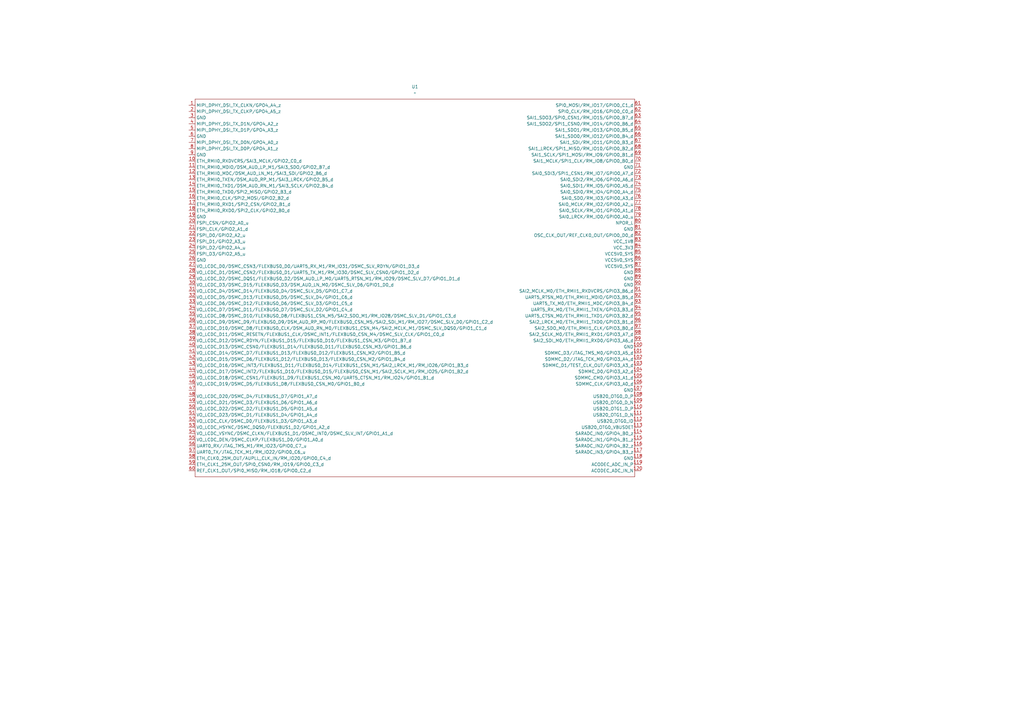
<source format=kicad_sch>
(kicad_sch
	(version 20250114)
	(generator "eeschema")
	(generator_version "9.0")
	(uuid "3557251a-2845-4c0a-9ffe-ee5ec20362d4")
	(paper "A3")
	(lib_symbols
		(symbol "Core3506:Core3506"
			(exclude_from_sim no)
			(in_bom yes)
			(on_board yes)
			(property "Reference" "U"
				(at 8.128 153.67 0)
				(effects
					(font
						(size 1.27 1.27)
					)
				)
			)
			(property "Value" ""
				(at 0 0 0)
				(effects
					(font
						(size 1.27 1.27)
					)
				)
			)
			(property "Footprint" "Core3506:CORE3506_[32_32]_120P"
				(at 0 0 0)
				(effects
					(font
						(size 1.27 1.27)
					)
					(hide yes)
				)
			)
			(property "Datasheet" ""
				(at 0 0 0)
				(effects
					(font
						(size 1.27 1.27)
					)
					(hide yes)
				)
			)
			(property "Description" "Core3506"
				(at 0 0 0)
				(effects
					(font
						(size 1.27 1.27)
					)
					(hide yes)
				)
			)
			(symbol "Core3506_0_0"
				(pin free line
					(at 5.08 149.86 0)
					(length 2.54)
					(name "MIPI_DPHY_DSI_TX_CLKN/GPO4_A4_z"
						(effects
							(font
								(size 1.27 1.27)
							)
						)
					)
					(number "1"
						(effects
							(font
								(size 1.27 1.27)
							)
						)
					)
				)
				(pin free line
					(at 5.08 147.32 0)
					(length 2.54)
					(name "MIPI_DPHY_DSI_TX_CLKP/GPO4_A5_z"
						(effects
							(font
								(size 1.27 1.27)
							)
						)
					)
					(number "2"
						(effects
							(font
								(size 1.27 1.27)
							)
						)
					)
				)
				(pin free line
					(at 5.08 144.78 0)
					(length 2.54)
					(name "GND"
						(effects
							(font
								(size 1.27 1.27)
							)
						)
					)
					(number "3"
						(effects
							(font
								(size 1.27 1.27)
							)
						)
					)
				)
				(pin free line
					(at 5.08 142.24 0)
					(length 2.54)
					(name "MIPI_DPHY_DSI_TX_D1N/GPO4_A2_z"
						(effects
							(font
								(size 1.27 1.27)
							)
						)
					)
					(number "4"
						(effects
							(font
								(size 1.27 1.27)
							)
						)
					)
				)
				(pin free line
					(at 5.08 139.7 0)
					(length 2.54)
					(name "MIPI_DPHY_DSI_TX_D1P/GPO4_A3_z"
						(effects
							(font
								(size 1.27 1.27)
							)
						)
					)
					(number "5"
						(effects
							(font
								(size 1.27 1.27)
							)
						)
					)
				)
				(pin free line
					(at 5.08 137.16 0)
					(length 2.54)
					(name "GND"
						(effects
							(font
								(size 1.27 1.27)
							)
						)
					)
					(number "6"
						(effects
							(font
								(size 1.27 1.27)
							)
						)
					)
				)
				(pin free line
					(at 5.08 134.62 0)
					(length 2.54)
					(name "MIPI_DPHY_DSI_TX_D0N/GPO4_A0_z"
						(effects
							(font
								(size 1.27 1.27)
							)
						)
					)
					(number "7"
						(effects
							(font
								(size 1.27 1.27)
							)
						)
					)
				)
				(pin free line
					(at 5.08 132.08 0)
					(length 2.54)
					(name "MIPI_DPHY_DSI_TX_D0P/GPO4_A1_z"
						(effects
							(font
								(size 1.27 1.27)
							)
						)
					)
					(number "8"
						(effects
							(font
								(size 1.27 1.27)
							)
						)
					)
				)
				(pin free line
					(at 5.08 129.54 0)
					(length 2.54)
					(name "GND"
						(effects
							(font
								(size 1.27 1.27)
							)
						)
					)
					(number "9"
						(effects
							(font
								(size 1.27 1.27)
							)
						)
					)
				)
				(pin free line
					(at 5.08 127 0)
					(length 2.54)
					(name "ETH_RMII0_RXDVCRS/SAI3_MCLK/GPIO2_C0_d"
						(effects
							(font
								(size 1.27 1.27)
							)
						)
					)
					(number "10"
						(effects
							(font
								(size 1.27 1.27)
							)
						)
					)
				)
				(pin free line
					(at 5.08 124.46 0)
					(length 2.54)
					(name "ETH_RMII0_MDIO/DSM_AUD_LP_M1/SAI3_SDO/GPIO2_B7_d"
						(effects
							(font
								(size 1.27 1.27)
							)
						)
					)
					(number "11"
						(effects
							(font
								(size 1.27 1.27)
							)
						)
					)
				)
				(pin free line
					(at 5.08 121.92 0)
					(length 2.54)
					(name "ETH_RMII0_MDC/DSM_AUD_LN_M1/SAI3_SDI/GPIO2_B6_d"
						(effects
							(font
								(size 1.27 1.27)
							)
						)
					)
					(number "12"
						(effects
							(font
								(size 1.27 1.27)
							)
						)
					)
				)
				(pin free line
					(at 5.08 119.38 0)
					(length 2.54)
					(name "ETH_RMII0_TXEN/DSM_AUD_RP_M1/SAI3_LRCK/GPIO2_B5_d"
						(effects
							(font
								(size 1.27 1.27)
							)
						)
					)
					(number "13"
						(effects
							(font
								(size 1.27 1.27)
							)
						)
					)
				)
				(pin free line
					(at 5.08 116.84 0)
					(length 2.54)
					(name "ETH_RMII0_TXD1/DSM_AUD_RN_M1/SAI3_SCLK/GPIO2_B4_d"
						(effects
							(font
								(size 1.27 1.27)
							)
						)
					)
					(number "14"
						(effects
							(font
								(size 1.27 1.27)
							)
						)
					)
				)
				(pin free line
					(at 5.08 114.3 0)
					(length 2.54)
					(name "ETH_RMII0_TXD0/SPI2_MISO/GPIO2_B3_d"
						(effects
							(font
								(size 1.27 1.27)
							)
						)
					)
					(number "15"
						(effects
							(font
								(size 1.27 1.27)
							)
						)
					)
				)
				(pin free line
					(at 5.08 111.76 0)
					(length 2.54)
					(name "ETH_RMII0_CLK/SPI2_MOSI/GPIO2_B2_d"
						(effects
							(font
								(size 1.27 1.27)
							)
						)
					)
					(number "16"
						(effects
							(font
								(size 1.27 1.27)
							)
						)
					)
				)
				(pin free line
					(at 5.08 109.22 0)
					(length 2.54)
					(name "ETH_RMII0_RXD1/SPI2_CSN/GPIO2_B1_d"
						(effects
							(font
								(size 1.27 1.27)
							)
						)
					)
					(number "17"
						(effects
							(font
								(size 1.27 1.27)
							)
						)
					)
				)
				(pin free line
					(at 5.08 106.68 0)
					(length 2.54)
					(name "ETH_RMII0_RXD0/SPI2_CLK/GPIO2_B0_d"
						(effects
							(font
								(size 1.27 1.27)
							)
						)
					)
					(number "18"
						(effects
							(font
								(size 1.27 1.27)
							)
						)
					)
				)
				(pin free line
					(at 5.08 104.14 0)
					(length 2.54)
					(name "GND"
						(effects
							(font
								(size 1.27 1.27)
							)
						)
					)
					(number "19"
						(effects
							(font
								(size 1.27 1.27)
							)
						)
					)
				)
				(pin free line
					(at 5.08 101.6 0)
					(length 2.54)
					(name "FSPI_CSN/GPIO2_A0_u"
						(effects
							(font
								(size 1.27 1.27)
							)
						)
					)
					(number "20"
						(effects
							(font
								(size 1.27 1.27)
							)
						)
					)
				)
				(pin free line
					(at 5.08 99.06 0)
					(length 2.54)
					(name "FSPI_CLK/GPIO2_A1_d"
						(effects
							(font
								(size 1.27 1.27)
							)
						)
					)
					(number "21"
						(effects
							(font
								(size 1.27 1.27)
							)
						)
					)
				)
				(pin free line
					(at 5.08 96.52 0)
					(length 2.54)
					(name "FSPI_D0/GPIO2_A2_u"
						(effects
							(font
								(size 1.27 1.27)
							)
						)
					)
					(number "22"
						(effects
							(font
								(size 1.27 1.27)
							)
						)
					)
				)
				(pin free line
					(at 5.08 93.98 0)
					(length 2.54)
					(name "FSPI_D1/GPIO2_A3_u"
						(effects
							(font
								(size 1.27 1.27)
							)
						)
					)
					(number "23"
						(effects
							(font
								(size 1.27 1.27)
							)
						)
					)
				)
				(pin free line
					(at 5.08 91.44 0)
					(length 2.54)
					(name "FSPI_D2/GPIO2_A4_u"
						(effects
							(font
								(size 1.27 1.27)
							)
						)
					)
					(number "24"
						(effects
							(font
								(size 1.27 1.27)
							)
						)
					)
				)
				(pin free line
					(at 5.08 88.9 0)
					(length 2.54)
					(name "FSPI_D3/GPIO2_A5_u"
						(effects
							(font
								(size 1.27 1.27)
							)
						)
					)
					(number "25"
						(effects
							(font
								(size 1.27 1.27)
							)
						)
					)
				)
				(pin free line
					(at 5.08 86.36 0)
					(length 2.54)
					(name "GND"
						(effects
							(font
								(size 1.27 1.27)
							)
						)
					)
					(number "26"
						(effects
							(font
								(size 1.27 1.27)
							)
						)
					)
				)
				(pin free line
					(at 5.08 83.82 0)
					(length 2.54)
					(name "VO_LCDC_D0/DSMC_CSN3/FLEXBUS0_D0/UART5_RX_M1/RM_IO31/DSMC_SLV_RDYN/GPIO1_D3_d"
						(effects
							(font
								(size 1.27 1.27)
							)
						)
					)
					(number "27"
						(effects
							(font
								(size 1.27 1.27)
							)
						)
					)
				)
				(pin free line
					(at 5.08 81.28 0)
					(length 2.54)
					(name "VO_LCDC_D1/DSMC_CSN2/FLEXBUS0_D1/UART5_TX_M1/RM_IO30/DSMC_SLV_CSN0/GPIO1_D2_d"
						(effects
							(font
								(size 1.27 1.27)
							)
						)
					)
					(number "28"
						(effects
							(font
								(size 1.27 1.27)
							)
						)
					)
				)
				(pin free line
					(at 5.08 78.74 0)
					(length 2.54)
					(name "VO_LCDC_D2/DSMC_DQS1/FLEXBUS0_D2/DSM_AUD_LP_M0/UART5_RTSN_M1/RM_IO29/DSMC_SLV_D7/GPIO1_D1_d"
						(effects
							(font
								(size 1.27 1.27)
							)
						)
					)
					(number "29"
						(effects
							(font
								(size 1.27 1.27)
							)
						)
					)
				)
				(pin free line
					(at 5.08 76.2 0)
					(length 2.54)
					(name "VO_LCDC_D3/DSMC_D15/FLEXBUS0_D3/DSM_AUD_LN_M0/DSMC_SLV_D6/GPIO1_D0_d"
						(effects
							(font
								(size 1.27 1.27)
							)
						)
					)
					(number "30"
						(effects
							(font
								(size 1.27 1.27)
							)
						)
					)
				)
				(pin free line
					(at 5.08 73.66 0)
					(length 2.54)
					(name "VO_LCDC_D4/DSMC_D14/FLEXBUS0_D4/DSMC_SLV_D5/GPIO1_C7_d"
						(effects
							(font
								(size 1.27 1.27)
							)
						)
					)
					(number "31"
						(effects
							(font
								(size 1.27 1.27)
							)
						)
					)
				)
				(pin free line
					(at 5.08 71.12 0)
					(length 2.54)
					(name "VO_LCDC_D5/DSMC_D13/FLEXBUS0_D5/DSMC_SLV_D4/GPIO1_C6_d"
						(effects
							(font
								(size 1.27 1.27)
							)
						)
					)
					(number "32"
						(effects
							(font
								(size 1.27 1.27)
							)
						)
					)
				)
				(pin free line
					(at 5.08 68.58 0)
					(length 2.54)
					(name "VO_LCDC_D6/DSMC_D12/FLEXBUS0_D6/DSMC_SLV_D3/GPIO1_C5_d"
						(effects
							(font
								(size 1.27 1.27)
							)
						)
					)
					(number "33"
						(effects
							(font
								(size 1.27 1.27)
							)
						)
					)
				)
				(pin free line
					(at 5.08 66.04 0)
					(length 2.54)
					(name "VO_LCDC_D7/DSMC_D11/FLEXBUS0_D7/DSMC_SLV_D2/GPIO1_C4_d"
						(effects
							(font
								(size 1.27 1.27)
							)
						)
					)
					(number "34"
						(effects
							(font
								(size 1.27 1.27)
							)
						)
					)
				)
				(pin free line
					(at 5.08 63.5 0)
					(length 2.54)
					(name "VO_LCDC_D8/DSMC_D10/FLEXBUS0_D8/FLEXBUS1_CSN_M5/SAI2_SDO_M1/RM_IO28/DSMC_SLV_D1/GPIO1_C3_d"
						(effects
							(font
								(size 1.27 1.27)
							)
						)
					)
					(number "35"
						(effects
							(font
								(size 1.27 1.27)
							)
						)
					)
				)
				(pin free line
					(at 5.08 60.96 0)
					(length 2.54)
					(name "VO_LCDC_D9/DSMC_D9/FLEXBUS0_D9/DSM_AUD_RP_M0/FLEXBUS0_CSN_M5/SAI2_SDI_M1/RM_IO27/DSMC_SLV_D0/GPIO1_C2_d"
						(effects
							(font
								(size 1.27 1.27)
							)
						)
					)
					(number "36"
						(effects
							(font
								(size 1.27 1.27)
							)
						)
					)
				)
				(pin free line
					(at 5.08 58.42 0)
					(length 2.54)
					(name "VO_LCDC_D10/DSMC_D8/FLEXBUS0_CLK/DSM_AUD_RN_M0/FLEXBUS1_CSN_M4/SAI2_MCLK_M1/DSMC_SLV_DQS0/GPIO1_C1_d"
						(effects
							(font
								(size 1.27 1.27)
							)
						)
					)
					(number "37"
						(effects
							(font
								(size 1.27 1.27)
							)
						)
					)
				)
				(pin free line
					(at 5.08 55.88 0)
					(length 2.54)
					(name "VO_LCDC_D11/DSMC_RESETN/FLEXBUS1_CLK/DSMC_INT1/FLEXBUS0_CSN_M4/DSMC_SLV_CLK/GPIO1_C0_d"
						(effects
							(font
								(size 1.27 1.27)
							)
						)
					)
					(number "38"
						(effects
							(font
								(size 1.27 1.27)
							)
						)
					)
				)
				(pin free line
					(at 5.08 53.34 0)
					(length 2.54)
					(name "VO_LCDC_D12/DSMC_RDYN/FLEXBUS1_D15/FLEXBUS0_D10/FLEXBUS1_CSN_M3/GPIO1_B7_d"
						(effects
							(font
								(size 1.27 1.27)
							)
						)
					)
					(number "39"
						(effects
							(font
								(size 1.27 1.27)
							)
						)
					)
				)
				(pin free line
					(at 5.08 50.8 0)
					(length 2.54)
					(name "VO_LCDC_D13/DSMC_CSN0/FLEXBUS1_D14/FLEXBUS0_D11/FLEXBUS0_CSN_M3/GPIO1_B6_d"
						(effects
							(font
								(size 1.27 1.27)
							)
						)
					)
					(number "40"
						(effects
							(font
								(size 1.27 1.27)
							)
						)
					)
				)
				(pin free line
					(at 5.08 48.26 0)
					(length 2.54)
					(name "VO_LCDC_D14/DSMC_D7/FLEXBUS1_D13/FLEXBUS0_D12/FLEXBUS1_CSN_M2/GPIO1_B5_d"
						(effects
							(font
								(size 1.27 1.27)
							)
						)
					)
					(number "41"
						(effects
							(font
								(size 1.27 1.27)
							)
						)
					)
				)
				(pin free line
					(at 5.08 45.72 0)
					(length 2.54)
					(name "VO_LCDC_D15/DSMC_D6/FLEXBUS1_D12/FLEXBUS0_D13/FLEXBUS0_CSN_M2/GPIO1_B4_d"
						(effects
							(font
								(size 1.27 1.27)
							)
						)
					)
					(number "42"
						(effects
							(font
								(size 1.27 1.27)
							)
						)
					)
				)
				(pin free line
					(at 5.08 43.18 0)
					(length 2.54)
					(name "VO_LCDC_D16/DSMC_INT3/FLEXBUS1_D11/FLEXBUS0_D14/FLEXBUS1_CSN_M1/SAI2_LRCK_M1/RM_IO26/GPIO1_B3_d"
						(effects
							(font
								(size 1.27 1.27)
							)
						)
					)
					(number "43"
						(effects
							(font
								(size 1.27 1.27)
							)
						)
					)
				)
				(pin free line
					(at 5.08 40.64 0)
					(length 2.54)
					(name "VO_LCDC_D17/DSMC_INT2/FLEXBUS1_D10/FLEXBUS0_D15/FLEXBUS0_CSN_M1/SAI2_SCLK_M1/RM_IO25/GPIO1_B2_d"
						(effects
							(font
								(size 1.27 1.27)
							)
						)
					)
					(number "44"
						(effects
							(font
								(size 1.27 1.27)
							)
						)
					)
				)
				(pin free line
					(at 5.08 38.1 0)
					(length 2.54)
					(name "VO_LCDC_D18/DSMC_CSN1/FLEXBUS1_D9/FLEXBUS1_CSN_M0/UART5_CTSN_M1/RM_IO24/GPIO1_B1_d"
						(effects
							(font
								(size 1.27 1.27)
							)
						)
					)
					(number "45"
						(effects
							(font
								(size 1.27 1.27)
							)
						)
					)
				)
				(pin free line
					(at 5.08 35.56 0)
					(length 2.54)
					(name "VO_LCDC_D19/DSMC_D5/FLEXBUS1_D8/FLEXBUS0_CSN_M0/GPIO1_B0_d"
						(effects
							(font
								(size 1.27 1.27)
							)
						)
					)
					(number "46"
						(effects
							(font
								(size 1.27 1.27)
							)
						)
					)
				)
				(pin free line
					(at 5.08 33.02 0)
					(length 2.54)
					(name ""
						(effects
							(font
								(size 1.27 1.27)
							)
						)
					)
					(number "47"
						(effects
							(font
								(size 1.27 1.27)
							)
						)
					)
				)
				(pin free line
					(at 5.08 30.48 0)
					(length 2.54)
					(name "VO_LCDC_D20/DSMC_D4/FLEXBUS1_D7/GPIO1_A7_d"
						(effects
							(font
								(size 1.27 1.27)
							)
						)
					)
					(number "48"
						(effects
							(font
								(size 1.27 1.27)
							)
						)
					)
				)
				(pin free line
					(at 5.08 27.94 0)
					(length 2.54)
					(name "VO_LCDC_D21/DSMC_D3/FLEXBUS1_D6/GPIO1_A6_d"
						(effects
							(font
								(size 1.27 1.27)
							)
						)
					)
					(number "49"
						(effects
							(font
								(size 1.27 1.27)
							)
						)
					)
				)
				(pin free line
					(at 5.08 25.4 0)
					(length 2.54)
					(name "VO_LCDC_D22/DSMC_D2/FLEXBUS1_D5/GPIO1_A5_d"
						(effects
							(font
								(size 1.27 1.27)
							)
						)
					)
					(number "50"
						(effects
							(font
								(size 1.27 1.27)
							)
						)
					)
				)
				(pin free line
					(at 5.08 22.86 0)
					(length 2.54)
					(name "VO_LCDC_D23/DSMC_D1/FLEXBUS1_D4/GPIO1_A4_d"
						(effects
							(font
								(size 1.27 1.27)
							)
						)
					)
					(number "51"
						(effects
							(font
								(size 1.27 1.27)
							)
						)
					)
				)
				(pin free line
					(at 5.08 20.32 0)
					(length 2.54)
					(name "VO_LCDC_CLK/DSMC_D0/FLEXBUS1_D3/GPIO1_A3_d"
						(effects
							(font
								(size 1.27 1.27)
							)
						)
					)
					(number "52"
						(effects
							(font
								(size 1.27 1.27)
							)
						)
					)
				)
				(pin free line
					(at 5.08 17.78 0)
					(length 2.54)
					(name "VO_LCDC_HSYNC/DSMC_DQS0/FLEXBUS1_D2/GPIO1_A2_d"
						(effects
							(font
								(size 1.27 1.27)
							)
						)
					)
					(number "53"
						(effects
							(font
								(size 1.27 1.27)
							)
						)
					)
				)
				(pin free line
					(at 5.08 15.24 0)
					(length 2.54)
					(name "VO_LCDC_VSYNC/DSMC_CLKN/FLEXBUS1_D1/DSMC_INT0/DSMC_SLV_INT/GPIO1_A1_d"
						(effects
							(font
								(size 1.27 1.27)
							)
						)
					)
					(number "54"
						(effects
							(font
								(size 1.27 1.27)
							)
						)
					)
				)
				(pin free line
					(at 5.08 12.7 0)
					(length 2.54)
					(name "VO_LCDC_DEN/DSMC_CLKP/FLEXBUS1_D0/GPIO1_A0_d"
						(effects
							(font
								(size 1.27 1.27)
							)
						)
					)
					(number "55"
						(effects
							(font
								(size 1.27 1.27)
							)
						)
					)
				)
				(pin free line
					(at 5.08 10.16 0)
					(length 2.54)
					(name "UART0_RX/JTAG_TMS_M1/RM_IO23/GPIO0_C7_u"
						(effects
							(font
								(size 1.27 1.27)
							)
						)
					)
					(number "56"
						(effects
							(font
								(size 1.27 1.27)
							)
						)
					)
				)
				(pin free line
					(at 5.08 7.62 0)
					(length 2.54)
					(name "UART0_TX/JTAG_TCK_M1/RM_IO22/GPIO0_C6_u"
						(effects
							(font
								(size 1.27 1.27)
							)
						)
					)
					(number "57"
						(effects
							(font
								(size 1.27 1.27)
							)
						)
					)
				)
				(pin free line
					(at 5.08 5.08 0)
					(length 2.54)
					(name "ETH_CLK0_25M_OUT/AUPLL_CLK_IN/RM_IO20/GPIO0_C4_d"
						(effects
							(font
								(size 1.27 1.27)
							)
						)
					)
					(number "58"
						(effects
							(font
								(size 1.27 1.27)
							)
						)
					)
				)
				(pin free line
					(at 5.08 2.54 0)
					(length 2.54)
					(name "ETH_CLK1_25M_OUT/SPI0_CSN0/RM_IO19/GPIO0_C3_d"
						(effects
							(font
								(size 1.27 1.27)
							)
						)
					)
					(number "59"
						(effects
							(font
								(size 1.27 1.27)
							)
						)
					)
				)
				(pin free line
					(at 5.08 0 0)
					(length 2.54)
					(name "REF_CLK1_OUT/SPI0_MISO/RM_IO18/GPIO0_C2_d"
						(effects
							(font
								(size 1.27 1.27)
							)
						)
					)
					(number "60"
						(effects
							(font
								(size 1.27 1.27)
							)
						)
					)
				)
				(pin free line
					(at 190.5 149.86 180)
					(length 2.54)
					(name "SPI0_MOSI/RM_IO17/GPIO0_C1_d"
						(effects
							(font
								(size 1.27 1.27)
							)
						)
					)
					(number "61"
						(effects
							(font
								(size 1.27 1.27)
							)
						)
					)
				)
				(pin free line
					(at 190.5 147.32 180)
					(length 2.54)
					(name "SPI0_CLK/RM_IO16/GPIO0_C0_d"
						(effects
							(font
								(size 1.27 1.27)
							)
						)
					)
					(number "62"
						(effects
							(font
								(size 1.27 1.27)
							)
						)
					)
				)
				(pin free line
					(at 190.5 144.78 180)
					(length 2.54)
					(name "SAI1_SDO3/SPI0_CSN1/RM_IO15/GPIO0_B7_d"
						(effects
							(font
								(size 1.27 1.27)
							)
						)
					)
					(number "63"
						(effects
							(font
								(size 1.27 1.27)
							)
						)
					)
				)
				(pin free line
					(at 190.5 142.24 180)
					(length 2.54)
					(name "SAI1_SDO2/SPI1_CSN0/RM_IO14/GPIO0_B6_d"
						(effects
							(font
								(size 1.27 1.27)
							)
						)
					)
					(number "64"
						(effects
							(font
								(size 1.27 1.27)
							)
						)
					)
				)
				(pin free line
					(at 190.5 139.7 180)
					(length 2.54)
					(name "SAI1_SDO1/RM_IO13/GPIO0_B5_d"
						(effects
							(font
								(size 1.27 1.27)
							)
						)
					)
					(number "65"
						(effects
							(font
								(size 1.27 1.27)
							)
						)
					)
				)
				(pin free line
					(at 190.5 137.16 180)
					(length 2.54)
					(name "SAI1_SDO0/RM_IO12/GPIO0_B4_d"
						(effects
							(font
								(size 1.27 1.27)
							)
						)
					)
					(number "66"
						(effects
							(font
								(size 1.27 1.27)
							)
						)
					)
				)
				(pin free line
					(at 190.5 134.62 180)
					(length 2.54)
					(name "SAI1_SDI/RM_IO11/GPIO0_B3_d"
						(effects
							(font
								(size 1.27 1.27)
							)
						)
					)
					(number "67"
						(effects
							(font
								(size 1.27 1.27)
							)
						)
					)
				)
				(pin free line
					(at 190.5 132.08 180)
					(length 2.54)
					(name "SAI1_LRCK/SPI1_MISO/RM_IO10/GPIO0_B2_d"
						(effects
							(font
								(size 1.27 1.27)
							)
						)
					)
					(number "68"
						(effects
							(font
								(size 1.27 1.27)
							)
						)
					)
				)
				(pin free line
					(at 190.5 129.54 180)
					(length 2.54)
					(name "SAI1_SCLK/SPI1_MOSI/RM_IO9/GPIO0_B1_d"
						(effects
							(font
								(size 1.27 1.27)
							)
						)
					)
					(number "69"
						(effects
							(font
								(size 1.27 1.27)
							)
						)
					)
				)
				(pin free line
					(at 190.5 127 180)
					(length 2.54)
					(name "SAI1_MCLK/SPI1_CLK/RM_IO8/GPIO0_B0_d"
						(effects
							(font
								(size 1.27 1.27)
							)
						)
					)
					(number "70"
						(effects
							(font
								(size 1.27 1.27)
							)
						)
					)
				)
				(pin free line
					(at 190.5 124.46 180)
					(length 2.54)
					(name "GND"
						(effects
							(font
								(size 1.27 1.27)
							)
						)
					)
					(number "71"
						(effects
							(font
								(size 1.27 1.27)
							)
						)
					)
				)
				(pin free line
					(at 190.5 121.92 180)
					(length 2.54)
					(name "SAI0_SDI3/SPI1_CSN1/RM_IO7/GPIO0_A7_d"
						(effects
							(font
								(size 1.27 1.27)
							)
						)
					)
					(number "72"
						(effects
							(font
								(size 1.27 1.27)
							)
						)
					)
				)
				(pin free line
					(at 190.5 119.38 180)
					(length 2.54)
					(name "SAI0_SDI2/RM_IO6/GPIO0_A6_d"
						(effects
							(font
								(size 1.27 1.27)
							)
						)
					)
					(number "73"
						(effects
							(font
								(size 1.27 1.27)
							)
						)
					)
				)
				(pin free line
					(at 190.5 116.84 180)
					(length 2.54)
					(name "SAI0_SDI1/RM_IO5/GPIO0_A5_d"
						(effects
							(font
								(size 1.27 1.27)
							)
						)
					)
					(number "74"
						(effects
							(font
								(size 1.27 1.27)
							)
						)
					)
				)
				(pin free line
					(at 190.5 114.3 180)
					(length 2.54)
					(name "SAI0_SDI0/RM_IO4/GPIO0_A4_d"
						(effects
							(font
								(size 1.27 1.27)
							)
						)
					)
					(number "75"
						(effects
							(font
								(size 1.27 1.27)
							)
						)
					)
				)
				(pin free line
					(at 190.5 111.76 180)
					(length 2.54)
					(name "SAI0_SDO/RM_IO3/GPIO0_A3_d"
						(effects
							(font
								(size 1.27 1.27)
							)
						)
					)
					(number "76"
						(effects
							(font
								(size 1.27 1.27)
							)
						)
					)
				)
				(pin free line
					(at 190.5 109.22 180)
					(length 2.54)
					(name "SAI0_MCLK/RM_IO2/GPIO0_A2_u"
						(effects
							(font
								(size 1.27 1.27)
							)
						)
					)
					(number "77"
						(effects
							(font
								(size 1.27 1.27)
							)
						)
					)
				)
				(pin free line
					(at 190.5 106.68 180)
					(length 2.54)
					(name "SAI0_SCLK/RM_IO1/GPIO0_A1_d"
						(effects
							(font
								(size 1.27 1.27)
							)
						)
					)
					(number "78"
						(effects
							(font
								(size 1.27 1.27)
							)
						)
					)
				)
				(pin free line
					(at 190.5 104.14 180)
					(length 2.54)
					(name "SAI0_LRCK/RM_IO0/GPIO0_A0_u"
						(effects
							(font
								(size 1.27 1.27)
							)
						)
					)
					(number "79"
						(effects
							(font
								(size 1.27 1.27)
							)
						)
					)
				)
				(pin free line
					(at 190.5 101.6 180)
					(length 2.54)
					(name "NPOR_L"
						(effects
							(font
								(size 1.27 1.27)
							)
						)
					)
					(number "80"
						(effects
							(font
								(size 1.27 1.27)
							)
						)
					)
				)
				(pin free line
					(at 190.5 99.06 180)
					(length 2.54)
					(name "GND"
						(effects
							(font
								(size 1.27 1.27)
							)
						)
					)
					(number "81"
						(effects
							(font
								(size 1.27 1.27)
							)
						)
					)
				)
				(pin free line
					(at 190.5 96.52 180)
					(length 2.54)
					(name "OSC_CLK_OUT/REF_CLK0_OUT/GPIO0_D0_d"
						(effects
							(font
								(size 1.27 1.27)
							)
						)
					)
					(number "82"
						(effects
							(font
								(size 1.27 1.27)
							)
						)
					)
				)
				(pin free line
					(at 190.5 93.98 180)
					(length 2.54)
					(name "VCC_1V8"
						(effects
							(font
								(size 1.27 1.27)
							)
						)
					)
					(number "83"
						(effects
							(font
								(size 1.27 1.27)
							)
						)
					)
				)
				(pin free line
					(at 190.5 91.44 180)
					(length 2.54)
					(name "VCC_3V3"
						(effects
							(font
								(size 1.27 1.27)
							)
						)
					)
					(number "84"
						(effects
							(font
								(size 1.27 1.27)
							)
						)
					)
				)
				(pin free line
					(at 190.5 88.9 180)
					(length 2.54)
					(name "VCC5V0_SYS"
						(effects
							(font
								(size 1.27 1.27)
							)
						)
					)
					(number "85"
						(effects
							(font
								(size 1.27 1.27)
							)
						)
					)
				)
				(pin free line
					(at 190.5 86.36 180)
					(length 2.54)
					(name "VCC5V0_SYS"
						(effects
							(font
								(size 1.27 1.27)
							)
						)
					)
					(number "86"
						(effects
							(font
								(size 1.27 1.27)
							)
						)
					)
				)
				(pin free line
					(at 190.5 83.82 180)
					(length 2.54)
					(name "VCC5V0_SYS"
						(effects
							(font
								(size 1.27 1.27)
							)
						)
					)
					(number "87"
						(effects
							(font
								(size 1.27 1.27)
							)
						)
					)
				)
				(pin free line
					(at 190.5 81.28 180)
					(length 2.54)
					(name "GND"
						(effects
							(font
								(size 1.27 1.27)
							)
						)
					)
					(number "88"
						(effects
							(font
								(size 1.27 1.27)
							)
						)
					)
				)
				(pin free line
					(at 190.5 78.74 180)
					(length 2.54)
					(name "GND"
						(effects
							(font
								(size 1.27 1.27)
							)
						)
					)
					(number "89"
						(effects
							(font
								(size 1.27 1.27)
							)
						)
					)
				)
				(pin free line
					(at 190.5 76.2 180)
					(length 2.54)
					(name "GND"
						(effects
							(font
								(size 1.27 1.27)
							)
						)
					)
					(number "90"
						(effects
							(font
								(size 1.27 1.27)
							)
						)
					)
				)
				(pin free line
					(at 190.5 73.66 180)
					(length 2.54)
					(name "SAI2_MCLK_M0/ETH_RMII1_RXDVCRS/GPIO3_B6_d"
						(effects
							(font
								(size 1.27 1.27)
							)
						)
					)
					(number "91"
						(effects
							(font
								(size 1.27 1.27)
							)
						)
					)
				)
				(pin free line
					(at 190.5 71.12 180)
					(length 2.54)
					(name "UART5_RTSN_M0/ETH_RMII1_MDIO/GPIO3_B5_d"
						(effects
							(font
								(size 1.27 1.27)
							)
						)
					)
					(number "92"
						(effects
							(font
								(size 1.27 1.27)
							)
						)
					)
				)
				(pin free line
					(at 190.5 68.58 180)
					(length 2.54)
					(name "UART5_TX_M0/ETH_RMII1_MDC/GPIO3_B4_d"
						(effects
							(font
								(size 1.27 1.27)
							)
						)
					)
					(number "93"
						(effects
							(font
								(size 1.27 1.27)
							)
						)
					)
				)
				(pin free line
					(at 190.5 66.04 180)
					(length 2.54)
					(name "UART5_RX_M0/ETH_RMII1_TXEN/GPIO3_B3_d"
						(effects
							(font
								(size 1.27 1.27)
							)
						)
					)
					(number "94"
						(effects
							(font
								(size 1.27 1.27)
							)
						)
					)
				)
				(pin free line
					(at 190.5 63.5 180)
					(length 2.54)
					(name "UART5_CTSN_M0/ETH_RMII1_TXD1/GPIO3_B2_d"
						(effects
							(font
								(size 1.27 1.27)
							)
						)
					)
					(number "95"
						(effects
							(font
								(size 1.27 1.27)
							)
						)
					)
				)
				(pin free line
					(at 190.5 60.96 180)
					(length 2.54)
					(name "SAI2_LRCK_M0/ETH_RMII1_TXD0/GPIO3_B1_d"
						(effects
							(font
								(size 1.27 1.27)
							)
						)
					)
					(number "96"
						(effects
							(font
								(size 1.27 1.27)
							)
						)
					)
				)
				(pin free line
					(at 190.5 58.42 180)
					(length 2.54)
					(name "SAI2_SDO_M0/ETH_RMII1_CLK/GPIO3_B0_d"
						(effects
							(font
								(size 1.27 1.27)
							)
						)
					)
					(number "97"
						(effects
							(font
								(size 1.27 1.27)
							)
						)
					)
				)
				(pin free line
					(at 190.5 55.88 180)
					(length 2.54)
					(name "SAI2_SCLK_M0/ETH_RMII1_RXD1/GPIO3_A7_d"
						(effects
							(font
								(size 1.27 1.27)
							)
						)
					)
					(number "98"
						(effects
							(font
								(size 1.27 1.27)
							)
						)
					)
				)
				(pin free line
					(at 190.5 53.34 180)
					(length 2.54)
					(name "SAI2_SDI_M0/ETH_RMII1_RXD0/GPIO3_A6_d"
						(effects
							(font
								(size 1.27 1.27)
							)
						)
					)
					(number "99"
						(effects
							(font
								(size 1.27 1.27)
							)
						)
					)
				)
				(pin free line
					(at 190.5 50.8 180)
					(length 2.54)
					(name "GND"
						(effects
							(font
								(size 1.27 1.27)
							)
						)
					)
					(number "100"
						(effects
							(font
								(size 1.27 1.27)
							)
						)
					)
				)
				(pin free line
					(at 190.5 48.26 180)
					(length 2.54)
					(name "SDMMC_D3/JTAG_TMS_M0/GPIO3_A5_d"
						(effects
							(font
								(size 1.27 1.27)
							)
						)
					)
					(number "101"
						(effects
							(font
								(size 1.27 1.27)
							)
						)
					)
				)
				(pin free line
					(at 190.5 45.72 180)
					(length 2.54)
					(name "SDMMC_D2/JTAG_TCK_M0/GPIO3_A4_d"
						(effects
							(font
								(size 1.27 1.27)
							)
						)
					)
					(number "102"
						(effects
							(font
								(size 1.27 1.27)
							)
						)
					)
				)
				(pin free line
					(at 190.5 43.18 180)
					(length 2.54)
					(name "SDMMC_D1/TEST_CLK_OUT/GPIO3_A3_d"
						(effects
							(font
								(size 1.27 1.27)
							)
						)
					)
					(number "103"
						(effects
							(font
								(size 1.27 1.27)
							)
						)
					)
				)
				(pin free line
					(at 190.5 40.64 180)
					(length 2.54)
					(name "SDMMC_D0/GPIO3_A2_d"
						(effects
							(font
								(size 1.27 1.27)
							)
						)
					)
					(number "104"
						(effects
							(font
								(size 1.27 1.27)
							)
						)
					)
				)
				(pin free line
					(at 190.5 38.1 180)
					(length 2.54)
					(name "SDMMC_CMD/GPIO3_A1_d"
						(effects
							(font
								(size 1.27 1.27)
							)
						)
					)
					(number "105"
						(effects
							(font
								(size 1.27 1.27)
							)
						)
					)
				)
				(pin free line
					(at 190.5 35.56 180)
					(length 2.54)
					(name "SDMMC_CLK/GPIO3_A0_d"
						(effects
							(font
								(size 1.27 1.27)
							)
						)
					)
					(number "106"
						(effects
							(font
								(size 1.27 1.27)
							)
						)
					)
				)
				(pin free line
					(at 190.5 33.02 180)
					(length 2.54)
					(name "GND"
						(effects
							(font
								(size 1.27 1.27)
							)
						)
					)
					(number "107"
						(effects
							(font
								(size 1.27 1.27)
							)
						)
					)
				)
				(pin free line
					(at 190.5 30.48 180)
					(length 2.54)
					(name "USB20_OTG0_D_P"
						(effects
							(font
								(size 1.27 1.27)
							)
						)
					)
					(number "108"
						(effects
							(font
								(size 1.27 1.27)
							)
						)
					)
				)
				(pin free line
					(at 190.5 27.94 180)
					(length 2.54)
					(name "USB20_OTG0_D_N"
						(effects
							(font
								(size 1.27 1.27)
							)
						)
					)
					(number "109"
						(effects
							(font
								(size 1.27 1.27)
							)
						)
					)
				)
				(pin free line
					(at 190.5 25.4 180)
					(length 2.54)
					(name "USB20_OTG1_D_P"
						(effects
							(font
								(size 1.27 1.27)
							)
						)
					)
					(number "110"
						(effects
							(font
								(size 1.27 1.27)
							)
						)
					)
				)
				(pin free line
					(at 190.5 22.86 180)
					(length 2.54)
					(name "USB20_OTG1_D_N"
						(effects
							(font
								(size 1.27 1.27)
							)
						)
					)
					(number "111"
						(effects
							(font
								(size 1.27 1.27)
							)
						)
					)
				)
				(pin free line
					(at 190.5 20.32 180)
					(length 2.54)
					(name "USB20_OTG0_ID"
						(effects
							(font
								(size 1.27 1.27)
							)
						)
					)
					(number "112"
						(effects
							(font
								(size 1.27 1.27)
							)
						)
					)
				)
				(pin free line
					(at 190.5 17.78 180)
					(length 2.54)
					(name "USB20_OTG0_VBUSDET"
						(effects
							(font
								(size 1.27 1.27)
							)
						)
					)
					(number "113"
						(effects
							(font
								(size 1.27 1.27)
							)
						)
					)
				)
				(pin free line
					(at 190.5 15.24 180)
					(length 2.54)
					(name "SARADC_IN0/GPIO4_B0_z"
						(effects
							(font
								(size 1.27 1.27)
							)
						)
					)
					(number "114"
						(effects
							(font
								(size 1.27 1.27)
							)
						)
					)
				)
				(pin free line
					(at 190.5 12.7 180)
					(length 2.54)
					(name "SARADC_IN1/GPIO4_B1_z"
						(effects
							(font
								(size 1.27 1.27)
							)
						)
					)
					(number "115"
						(effects
							(font
								(size 1.27 1.27)
							)
						)
					)
				)
				(pin free line
					(at 190.5 10.16 180)
					(length 2.54)
					(name "SARADC_IN2/GPIO4_B2_z"
						(effects
							(font
								(size 1.27 1.27)
							)
						)
					)
					(number "116"
						(effects
							(font
								(size 1.27 1.27)
							)
						)
					)
				)
				(pin free line
					(at 190.5 7.62 180)
					(length 2.54)
					(name "SARADC_IN3/GPIO4_B3_z"
						(effects
							(font
								(size 1.27 1.27)
							)
						)
					)
					(number "117"
						(effects
							(font
								(size 1.27 1.27)
							)
						)
					)
				)
				(pin free line
					(at 190.5 5.08 180)
					(length 2.54)
					(name "GND"
						(effects
							(font
								(size 1.27 1.27)
							)
						)
					)
					(number "118"
						(effects
							(font
								(size 1.27 1.27)
							)
						)
					)
				)
				(pin free line
					(at 190.5 2.54 180)
					(length 2.54)
					(name "ACODEC_ADC_IN_P"
						(effects
							(font
								(size 1.27 1.27)
							)
						)
					)
					(number "119"
						(effects
							(font
								(size 1.27 1.27)
							)
						)
					)
				)
				(pin free line
					(at 190.5 0 180)
					(length 2.54)
					(name "ACODEC_ADC_IN_N"
						(effects
							(font
								(size 1.27 1.27)
							)
						)
					)
					(number "120"
						(effects
							(font
								(size 1.27 1.27)
							)
						)
					)
				)
			)
			(symbol "Core3506_0_1"
				(rectangle
					(start 7.62 152.4)
					(end 187.96 -2.54)
					(stroke
						(width 0)
						(type default)
					)
					(fill
						(type none)
					)
				)
			)
			(embedded_fonts no)
		)
	)
	(symbol
		(lib_id "Core3506:Core3506")
		(at 72.39 193.04 0)
		(unit 1)
		(exclude_from_sim no)
		(in_bom yes)
		(on_board yes)
		(dnp no)
		(fields_autoplaced yes)
		(uuid "e9c452f0-f5fe-4082-96b7-aa1e7bc353d7")
		(property "Reference" "U1"
			(at 170.18 35.56 0)
			(effects
				(font
					(size 1.27 1.27)
				)
			)
		)
		(property "Value" "~"
			(at 170.18 38.1 0)
			(effects
				(font
					(size 1.27 1.27)
				)
			)
		)
		(property "Footprint" "Core3506:CORE3506_[32_32]_120P"
			(at 72.39 193.04 0)
			(effects
				(font
					(size 1.27 1.27)
				)
				(hide yes)
			)
		)
		(property "Datasheet" ""
			(at 72.39 193.04 0)
			(effects
				(font
					(size 1.27 1.27)
				)
				(hide yes)
			)
		)
		(property "Description" "Core3506"
			(at 72.39 193.04 0)
			(effects
				(font
					(size 1.27 1.27)
				)
				(hide yes)
			)
		)
		(pin "39"
			(uuid "5080d07c-c03b-4c29-9149-559ba34882e3")
		)
		(pin "41"
			(uuid "7434ecef-353f-4dab-b146-7d4f79a34e25")
		)
		(pin "34"
			(uuid "82b68062-eed8-42a0-888c-a8e7e840bd1e")
		)
		(pin "46"
			(uuid "b73b394b-367b-4188-be19-d904368f4cd7")
		)
		(pin "48"
			(uuid "036e9e8c-d247-4e01-b40c-2eb89609f6d3")
		)
		(pin "36"
			(uuid "ad4d9121-a714-4938-b7ab-6ab16b80265a")
		)
		(pin "35"
			(uuid "988b53aa-f8c4-4564-b970-52af01a263e7")
		)
		(pin "24"
			(uuid "99f9f38d-e1d6-4de5-8f22-be3760b5e1f4")
		)
		(pin "29"
			(uuid "a2daece4-5036-4ca8-a03f-daad19d11af4")
		)
		(pin "40"
			(uuid "421b7775-9d61-49bd-bb52-b35f212edfcd")
		)
		(pin "33"
			(uuid "6486679c-0515-4f5c-98b6-dc8683343494")
		)
		(pin "30"
			(uuid "885ae219-a86b-4551-9cfe-affa11743487")
		)
		(pin "27"
			(uuid "a507d9b5-9fd0-44eb-8d85-e44cd6378323")
		)
		(pin "26"
			(uuid "36426c29-0443-4cff-aa89-1ee3ffad820e")
		)
		(pin "38"
			(uuid "53aa7817-f734-46f6-bfba-d6dae41a98f5")
		)
		(pin "37"
			(uuid "68a1ac2e-a8f0-4b39-b1c2-d46ff38c786c")
		)
		(pin "42"
			(uuid "5c678c3e-8f16-48fd-aba3-3295a7733950")
		)
		(pin "25"
			(uuid "5a02696b-e785-4c52-8524-09f496d14fad")
		)
		(pin "28"
			(uuid "62d38680-729e-433d-acf5-1fe109e18573")
		)
		(pin "31"
			(uuid "cd79b018-e5df-42b0-b848-c26ef686eff1")
		)
		(pin "32"
			(uuid "dff3ea9b-4de9-4682-b4bf-63b4601d9edc")
		)
		(pin "43"
			(uuid "133546bb-bbd5-44af-b2b4-936dbf5905e3")
		)
		(pin "44"
			(uuid "3eb1979c-68aa-49fe-a50b-0453421cd05d")
		)
		(pin "45"
			(uuid "8340a42f-46ab-42e9-9a9e-a72bd250f2d3")
		)
		(pin "47"
			(uuid "ea5ddafc-d5bd-49a5-bf41-f86173c37f63")
		)
		(pin "49"
			(uuid "e5f590c2-7a67-4a4c-8953-1c513340ee9d")
		)
		(pin "50"
			(uuid "0a53420d-c45d-4b01-96c6-3d83dcb39987")
		)
		(pin "51"
			(uuid "b8f07893-f45c-4966-92cc-64a3afa2d8ea")
		)
		(pin "52"
			(uuid "39cfc55a-ea2d-4d96-b333-6a2f1224aa43")
		)
		(pin "53"
			(uuid "6b19c110-d326-48a1-8556-07007ce01447")
		)
		(pin "54"
			(uuid "597098d5-b463-4610-9cf3-16676a63c0f9")
		)
		(pin "55"
			(uuid "1b4ce672-0808-45e4-acb9-0521a158e191")
		)
		(pin "56"
			(uuid "9ff1a002-9f71-45d1-8e22-239eb83bcc46")
		)
		(pin "57"
			(uuid "7379dc5e-44e8-4430-b38a-1bd70bd76cad")
		)
		(pin "58"
			(uuid "9cc6292a-d6ce-46a7-8e19-5bd271188534")
		)
		(pin "83"
			(uuid "2ab4a556-9128-4bbe-a941-532c7b2e96d9")
		)
		(pin "93"
			(uuid "47ece1a1-1635-425a-9699-098d2a7ebe56")
		)
		(pin "67"
			(uuid "19bbe0d1-84bd-471d-9899-ed804da4a4bd")
		)
		(pin "100"
			(uuid "ff312c5a-a659-430e-8c1c-a9204ad5c74a")
		)
		(pin "61"
			(uuid "ed093360-0b5c-4af1-9114-26e218d94d9b")
		)
		(pin "65"
			(uuid "5f6e78a0-0d7b-45b1-8026-3bc3298b36a4")
		)
		(pin "70"
			(uuid "53ea6d80-07b4-40fc-978d-16b04972791e")
		)
		(pin "80"
			(uuid "c0d9ca78-454d-4376-8cac-022b49ab81e1")
		)
		(pin "94"
			(uuid "e9c90f34-0f43-4035-b720-a424f511c3d3")
		)
		(pin "59"
			(uuid "c8e91f96-8212-43bc-bb7f-387550a75d6d")
		)
		(pin "76"
			(uuid "0fdb3f3d-1816-44bc-873c-53e063a9c6b7")
		)
		(pin "99"
			(uuid "cf34fd23-e282-44fa-9d59-7cc3f9743b08")
		)
		(pin "112"
			(uuid "72048914-73b8-457b-a175-eca17811af08")
		)
		(pin "62"
			(uuid "e31c3cfc-4517-41ba-91b5-9449303abbbb")
		)
		(pin "68"
			(uuid "59b0f4f0-43b2-43f0-9913-25bdde9d8122")
		)
		(pin "75"
			(uuid "f8aeae53-1e54-4760-8846-de0da713c240")
		)
		(pin "77"
			(uuid "0ec73664-0c68-4d99-aaf0-8e5980878aaf")
		)
		(pin "82"
			(uuid "cc42661b-85fa-47c4-927e-14c9d4f8eea9")
		)
		(pin "71"
			(uuid "8d24f967-945c-4583-ab90-eb05af10ad08")
		)
		(pin "85"
			(uuid "2bce4e0c-4b20-4114-bc6b-738f014559b4")
		)
		(pin "79"
			(uuid "ad2c964c-bc76-4171-980a-319e9836258f")
		)
		(pin "88"
			(uuid "f78f2baa-e93c-4771-bd47-c7ccc12586e4")
		)
		(pin "89"
			(uuid "201c2786-1327-46cb-9c50-30614fafe769")
		)
		(pin "66"
			(uuid "9c540566-b2af-4742-b655-1db9a4966af6")
		)
		(pin "91"
			(uuid "76c0b242-23f4-4729-9a76-d2db7ae6dee5")
		)
		(pin "96"
			(uuid "0a62a1c6-858b-48d2-a47b-614a7bedc578")
		)
		(pin "95"
			(uuid "87ae0982-6d31-43c1-a0f5-30b19ca6bed2")
		)
		(pin "72"
			(uuid "6a69d5b4-85cf-4ca2-b8da-be483d080d28")
		)
		(pin "60"
			(uuid "038bafd8-722d-42a0-8646-68ef48db8256")
		)
		(pin "63"
			(uuid "9740a4c2-bf0f-459d-8bef-7bd599412752")
		)
		(pin "73"
			(uuid "28d823ab-00c0-4e56-83b0-9bc63814d2b3")
		)
		(pin "64"
			(uuid "ea42bb1c-0a5d-4ef6-a4c5-7aae54a87ef1")
		)
		(pin "69"
			(uuid "cbec095b-edaf-4def-8b0d-97a534bc57b7")
		)
		(pin "74"
			(uuid "cbb2b558-cc50-4440-b4d3-2a30d2e038c9")
		)
		(pin "81"
			(uuid "92c2a79c-e42b-4ebd-9ff9-dd106510e690")
		)
		(pin "84"
			(uuid "fc0e6385-9598-485b-864c-b3c34508a41c")
		)
		(pin "87"
			(uuid "00580d96-9303-4fd1-ad35-754f2b950c00")
		)
		(pin "90"
			(uuid "f443468c-2214-4df4-b70f-767eef2731a4")
		)
		(pin "92"
			(uuid "a07797f7-a138-44c3-b2c4-7b5c77d0d7f3")
		)
		(pin "78"
			(uuid "35f0469f-01ce-4379-a64d-cfc09eb601e2")
		)
		(pin "86"
			(uuid "db8973ae-1568-4d74-89a9-920caff34160")
		)
		(pin "97"
			(uuid "f3a3c4e0-3e65-40aa-9e77-acdab6f7de16")
		)
		(pin "98"
			(uuid "236c6a13-3f32-43cd-ada3-944c647a9bb3")
		)
		(pin "101"
			(uuid "01869daf-1784-45e8-ad4f-1fb4d58fb90f")
		)
		(pin "102"
			(uuid "608bd628-ef8e-4dc1-8ca0-c604c2553ca6")
		)
		(pin "103"
			(uuid "b5e3aa3a-7a3e-42dc-a1b3-825b20584344")
		)
		(pin "104"
			(uuid "6484f1d2-0f73-416a-8906-f0fb3d2b8b04")
		)
		(pin "105"
			(uuid "6d34880d-1e8c-45da-97a5-748b4547a0a8")
		)
		(pin "106"
			(uuid "7f7deffc-e065-409b-81ce-6f08f9051884")
		)
		(pin "107"
			(uuid "535a3cff-0ba5-47fc-831d-0a3e058fb557")
		)
		(pin "108"
			(uuid "ff43c516-2284-4e4a-878b-2bbc01184253")
		)
		(pin "109"
			(uuid "ae0aa971-52f1-4485-96c6-b8d72aa3e738")
		)
		(pin "110"
			(uuid "53ce27c3-20a5-46c2-b324-44c5d8db05ef")
		)
		(pin "111"
			(uuid "3897ba71-a852-4b98-bf5c-bf5269d34eb3")
		)
		(pin "118"
			(uuid "fa2a2fb1-8c9a-4fa4-b3e5-537d213cb884")
		)
		(pin "120"
			(uuid "d1895d4a-bad5-4e20-b89a-4edcb6fd7b53")
		)
		(pin "113"
			(uuid "b03be79a-f293-4209-bbcd-97bdb7ae3bfc")
		)
		(pin "115"
			(uuid "374dbf94-10a6-4cbf-85a2-052c142bd996")
		)
		(pin "116"
			(uuid "3687856b-2cd0-4082-a2af-30e966dd959c")
		)
		(pin "114"
			(uuid "21e185e4-8808-4fc8-9c42-9334992f6ee2")
		)
		(pin "117"
			(uuid "32f7677c-a2db-4c5d-b328-7adbcbd1db1a")
		)
		(pin "119"
			(uuid "b74621e4-daa9-4106-a8f9-bd27c89e8899")
		)
		(pin "13"
			(uuid "f84d0328-03de-49a2-8808-6e017c078026")
		)
		(pin "16"
			(uuid "a69dac36-bd29-4303-94e6-dbaf8237c094")
		)
		(pin "18"
			(uuid "7262f05b-8ed7-4c5a-a0ec-ef11f04fbafe")
		)
		(pin "5"
			(uuid "10902f54-9345-4ef0-a414-19d136eb22ba")
		)
		(pin "9"
			(uuid "9bf14b3b-403c-407a-973f-bb0f248e1cdb")
		)
		(pin "1"
			(uuid "112307bb-10e5-4e13-a537-eb9ff421b5c7")
		)
		(pin "10"
			(uuid "a222e48d-a629-4e27-9608-029c278fb7a4")
		)
		(pin "2"
			(uuid "cd3d2eab-d0eb-40fa-b6ef-df759d0988c5")
		)
		(pin "3"
			(uuid "dec512d9-669c-4ba0-ad2e-fa819e1e17ad")
		)
		(pin "4"
			(uuid "c846e70e-2636-4a81-ad7f-687bca50d170")
		)
		(pin "6"
			(uuid "c916611b-a8a1-4239-8407-eb7224085b72")
		)
		(pin "7"
			(uuid "000bc573-6dd4-4b78-83f7-d0b4494b67f5")
		)
		(pin "8"
			(uuid "a40303a0-c329-4cf5-b38d-a3e812d2f319")
		)
		(pin "11"
			(uuid "0a1e736e-ad20-424f-ad26-2fffdb3db981")
		)
		(pin "12"
			(uuid "cbecf478-7d34-4443-9cb4-2b232803b3ba")
		)
		(pin "14"
			(uuid "2027ab6a-91dc-47d4-920b-4cd43e6c1de8")
		)
		(pin "15"
			(uuid "793f6716-5636-4418-8389-80535f101514")
		)
		(pin "17"
			(uuid "b43820d5-05f7-4bad-9d42-60605b49f4f1")
		)
		(pin "19"
			(uuid "a6819bf2-fb59-4cf7-afb7-e63735a14491")
		)
		(pin "20"
			(uuid "bd1bb319-70cc-4783-9765-741eede6e45d")
		)
		(pin "21"
			(uuid "8733430a-a591-45af-9260-b30041886ea4")
		)
		(pin "22"
			(uuid "c262bd06-9873-4474-a99c-7a2865a6d07d")
		)
		(pin "23"
			(uuid "0bac50e2-324b-4cea-bbe6-56e0be402de1")
		)
		(instances
			(project ""
				(path "/3557251a-2845-4c0a-9ffe-ee5ec20362d4"
					(reference "U1")
					(unit 1)
				)
			)
		)
	)
	(sheet_instances
		(path "/"
			(page "1")
		)
	)
	(embedded_fonts no)
)

</source>
